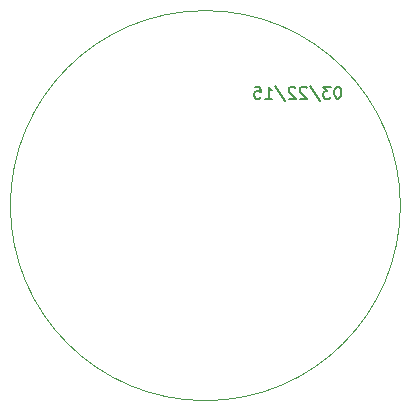
<source format=gbo>
G04 (created by PCBNEW (2013-07-07 BZR 4022)-stable) date 3/22/2015 8:37:17 PM*
%MOIN*%
G04 Gerber Fmt 3.4, Leading zero omitted, Abs format*
%FSLAX34Y34*%
G01*
G70*
G90*
G04 APERTURE LIST*
%ADD10C,0.00590551*%
%ADD11C,0.006*%
%ADD12C,0.00393701*%
G04 APERTURE END LIST*
G54D10*
G54D11*
X82432Y-48042D02*
X82395Y-48042D01*
X82358Y-48061D01*
X82339Y-48079D01*
X82321Y-48116D01*
X82302Y-48191D01*
X82302Y-48284D01*
X82321Y-48358D01*
X82339Y-48395D01*
X82358Y-48414D01*
X82395Y-48433D01*
X82432Y-48433D01*
X82469Y-48414D01*
X82488Y-48395D01*
X82507Y-48358D01*
X82525Y-48284D01*
X82525Y-48191D01*
X82507Y-48116D01*
X82488Y-48079D01*
X82469Y-48061D01*
X82432Y-48042D01*
X82172Y-48042D02*
X81930Y-48042D01*
X82060Y-48191D01*
X82004Y-48191D01*
X81967Y-48209D01*
X81949Y-48228D01*
X81930Y-48265D01*
X81930Y-48358D01*
X81949Y-48395D01*
X81967Y-48414D01*
X82004Y-48433D01*
X82116Y-48433D01*
X82153Y-48414D01*
X82172Y-48395D01*
X81484Y-48023D02*
X81818Y-48526D01*
X81372Y-48079D02*
X81353Y-48061D01*
X81316Y-48042D01*
X81223Y-48042D01*
X81186Y-48061D01*
X81167Y-48079D01*
X81149Y-48116D01*
X81149Y-48154D01*
X81167Y-48209D01*
X81391Y-48433D01*
X81149Y-48433D01*
X81000Y-48079D02*
X80982Y-48061D01*
X80944Y-48042D01*
X80851Y-48042D01*
X80814Y-48061D01*
X80796Y-48079D01*
X80777Y-48116D01*
X80777Y-48154D01*
X80796Y-48209D01*
X81019Y-48433D01*
X80777Y-48433D01*
X80331Y-48023D02*
X80665Y-48526D01*
X79996Y-48433D02*
X80219Y-48433D01*
X80107Y-48433D02*
X80107Y-48042D01*
X80145Y-48098D01*
X80182Y-48135D01*
X80219Y-48154D01*
X79642Y-48042D02*
X79828Y-48042D01*
X79847Y-48228D01*
X79828Y-48209D01*
X79791Y-48191D01*
X79698Y-48191D01*
X79661Y-48209D01*
X79642Y-48228D01*
X79624Y-48265D01*
X79624Y-48358D01*
X79642Y-48395D01*
X79661Y-48414D01*
X79698Y-48433D01*
X79791Y-48433D01*
X79828Y-48414D01*
X79847Y-48395D01*
G54D12*
X84500Y-52000D02*
G75*
G03X84500Y-52000I-6500J0D01*
G74*
G01*
M02*

</source>
